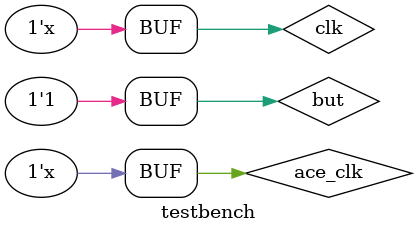
<source format=v>
`timescale 1ns/10ps

module testbench;

  // Net and register declarations
  wire        lcd_clk;
  wire [ 1:0] lcd_r, lcd_g, lcd_b;
  wire        lcd_hsync;
  wire        lcd_vsync;
  reg         clk;
  reg         but;
  reg         ace_clk;
  wire        s_clk;
  wire [20:0] sf_addr;
  wire [31:0] sf_data;
  wire        sf_oe;
  wire        sf_we;
  wire [ 3:0] s_bw;
  wire        s_ce;
  wire        s_adv;
  wire        f_ce;

  wire [ 6:1] aceusb_a_;
  wire [15:0] aceusb_d_;
  wire        aceusb_oe_n_;
  wire        aceusb_we_n_;
  wire        ace_mpce_n_;
  wire        usb_cs_n_;
  wire        usb_hpi_reset_n_;

  // Module instances
  kotku_ml403 kotku (
    .tft_lcd_clk_   (lcd_clk),
    .tft_lcd_r_     (lcd_r),
    .tft_lcd_g_     (lcd_g),
    .tft_lcd_b_     (lcd_b),
    .tft_lcd_hsync_ (lcd_hsync),
    .tft_lcd_vsync_ (lcd_vsync),

    .sys_clk_in_ (clk),

    .sram_clk_        (s_clk),
    .sram_flash_addr_ (sf_addr),
    .sram_flash_data_ (sf_data),
    .sram_flash_oe_n_ (sf_oe),
    .sram_flash_we_n_ (sf_we),
    .sram_bw_         (s_bw),
    .sram_cen_        (s_ce),
    .sram_adv_ld_n_   (s_adv),
    .flash_ce2_       (f_ce),

    .aceusb_a_ (aceusb_a_),
    .aceusb_d_ (aceusb_d_),
    .aceusb_oe_n_ (aceusb_oe_n_),
    .aceusb_we_n_ (aceusb_we_n_),

    .ace_clkin_ (ace_clk),
    .ace_mpce_n_ (ace_mpce_n_),

    .usb_cs_n_ (usb_cs_n_),
    .usb_hpi_reset_n_ (usb_hpi_reset_n_)
  );

  flash_stub fs0 (
    .flash_addr_ (sf_addr),
    .flash_data_ (sf_data),
    .flash_oe_n_ (sf_oe),
    .flash_we_n_ (sf_we),
    .flash_ce2_  (f_ce)
  );

  cy7c1354 zbt (
    .d      (sf_data),
    .clk    (s_clk),
    .a      (sf_addr[17:0]),
    .bws    (s_bw),
    .we_b   (sf_we),
    .adv_lb (s_adv),
    .ce1b   (s_ce),
    .ce2    (1'b1),
    .ce3b   (1'b0),
    .oeb    (sf_oe),
    .cenb   (1'b0),
    .mode   (1'b0)
  );

  // Behaviour
  // Clock generation
  always  #5 clk = ~clk;
  always #15 ace_clk = ~ace_clk;

  initial
    begin
         clk <= 1'b0;
         ace_clk <= 1'b0;
         but <= 1'b0;
         #100000 but <= 1'b1;
         #700000 but <= 1'b0;
         #700000 but <= 1'b1;
    end

endmodule

</source>
